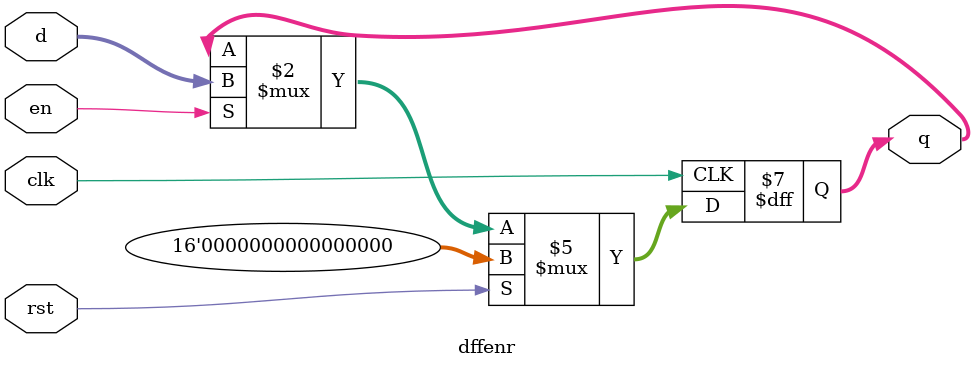
<source format=sv>
module dffenr
#(
    parameter unsigned WIDTH = 16
)(
    input  logic clk,
    input  logic en,
    input  logic rst,
    input  logic [WIDTH-1:0] d,
    output logic [WIDTH-1:0] q
);
    always_ff @(posedge clk)
        if (rst)
            q <= 0;
        else if (en)
            q <= d;
endmodule

</source>
